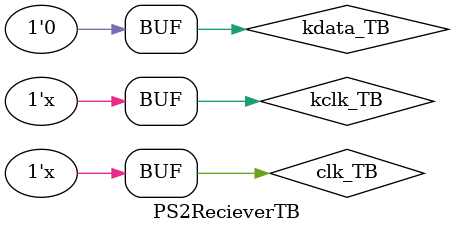
<source format=v>
module PS2RecieverTB();

    reg clk_TB; //master clk 50MHz
    reg kclk_TB; //keyboard clk
    reg kdata_TB; //keyboard data
    wire [31:0] keycodeout_TB;
 


PS2Receiver PS2ReceiverTST(
    .clk(clk_TB), //master clk 50MHz
    .kclk(kclk_TB), //keyboard clk
    .kdata(kdata_TB), //keyboard data
    .keycodeout(keycodeout_TB)
    );
    
    always
    begin
    #5
    clk_TB = ~clk_TB;
    end
    
    always
    begin
    #1
    kclk_TB = ~kclk_TB;
    end

initial
begin
clk_TB = 0;
kclk_TB = 0;
kdata_TB = 0;
#50
kdata_TB = 1;
#2
kdata_TB = 0;
#2
kdata_TB = 0;
#2
kdata_TB = 1;
#2
kdata_TB = 0;
#2
kdata_TB = 1;
#2
kdata_TB = 0;
#2
kdata_TB = 1;
#2

kdata_TB = 0;
#50

kdata_TB = 0;
#2
kdata_TB = 1;
#2
kdata_TB = 0;
#2
kdata_TB = 1;
#2
kdata_TB = 0;
#2
kdata_TB = 0;
#2
kdata_TB = 1;
#2
kdata_TB = 1;
#2

kdata_TB = 0;
#50

kdata_TB = 1;
#2
kdata_TB = 0;
#2
kdata_TB = 0;
#2
kdata_TB = 1;
#2
kdata_TB = 0;
#2
kdata_TB = 1;
#2
kdata_TB = 0;
#2
kdata_TB = 1;
#2

kdata_TB = 0;
end

endmodule

</source>
